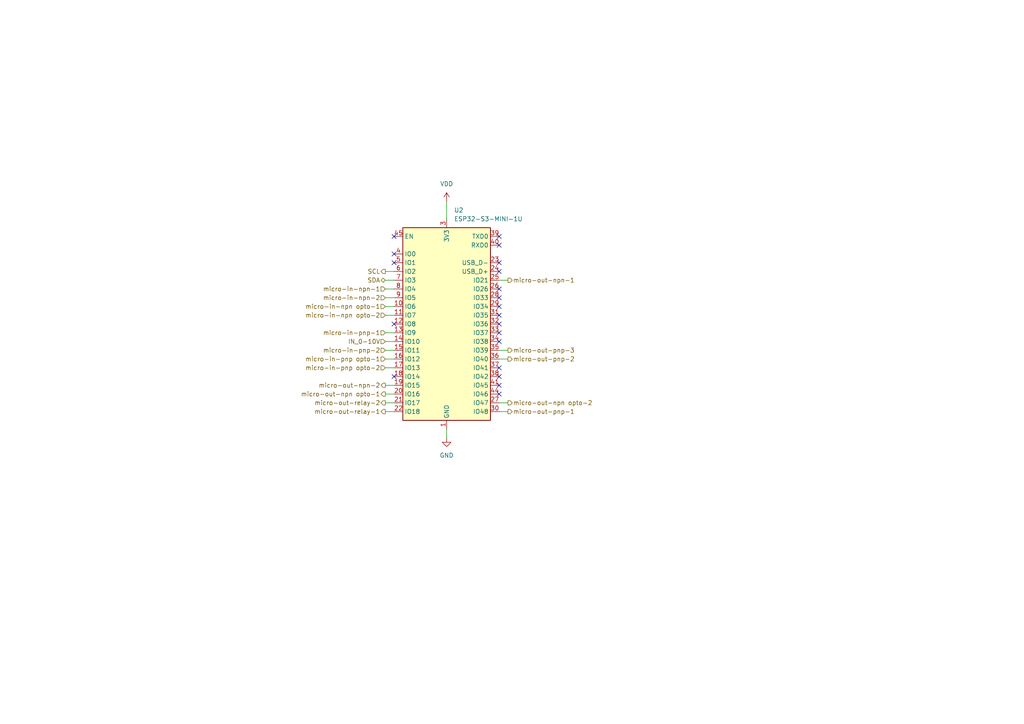
<source format=kicad_sch>
(kicad_sch (version 20250114) (generator "eeschema") (generator_version "9.0")
  (paper "A4")
  (lib_symbols
    (symbol "RF_Module:ESP32-S3-MINI-1U"
      (property "Reference" "U" (at -11.43 29.21 0))
      (property "Value" "ESP32-S3-MINI-1U" (at 12.7 29.21 0))
      (symbol "ESP32-S3-MINI-1U_0_1"
        (rectangle (start -12.7 27.94) (end 12.7 -27.94) (stroke (width 0.254)) (fill (type background)))
      )
      (symbol "ESP32-S3-MINI-1U_1_1"
        (pin input line (at -15.24 25.4 0) (length 2.54) (name "EN") (number "45"))
        (pin bidirectional line (at -15.24 20.32 0) (length 2.54) (name "IO0") (number "4"))
        (pin bidirectional line (at -15.24 17.78 0) (length 2.54) (name "IO1") (number "5"))
        (pin bidirectional line (at -15.24 15.24 0) (length 2.54) (name "IO2") (number "6"))
        (pin bidirectional line (at -15.24 12.7 0) (length 2.54) (name "IO3") (number "7"))
        (pin bidirectional line (at -15.24 10.16 0) (length 2.54) (name "IO4") (number "8"))
        (pin bidirectional line (at -15.24 7.62 0) (length 2.54) (name "IO5") (number "9"))
        (pin bidirectional line (at -15.24 5.08 0) (length 2.54) (name "IO6") (number "10"))
        (pin bidirectional line (at -15.24 2.54 0) (length 2.54) (name "IO7") (number "11"))
        (pin bidirectional line (at -15.24 0 0) (length 2.54) (name "IO8") (number "12"))
        (pin bidirectional line (at -15.24 -2.54 0) (length 2.54) (name "IO9") (number "13"))
        (pin bidirectional line (at -15.24 -5.08 0) (length 2.54) (name "IO10") (number "14"))
        (pin bidirectional line (at -15.24 -7.62 0) (length 2.54) (name "IO11") (number "15"))
        (pin bidirectional line (at -15.24 -10.16 0) (length 2.54) (name "IO12") (number "16"))
        (pin bidirectional line (at -15.24 -12.7 0) (length 2.54) (name "IO13") (number "17"))
        (pin bidirectional line (at -15.24 -15.24 0) (length 2.54) (name "IO14") (number "18"))
        (pin bidirectional line (at -15.24 -17.78 0) (length 2.54) (name "IO15") (number "19"))
        (pin bidirectional line (at -15.24 -20.32 0) (length 2.54) (name "IO16") (number "20"))
        (pin bidirectional line (at -15.24 -22.86 0) (length 2.54) (name "IO17") (number "21"))
        (pin bidirectional line (at -15.24 -25.4 0) (length 2.54) (name "IO18") (number "22"))
        (pin power_in line (at 0 30.48 270) (length 2.54) (name "3V3") (number "3"))
        (pin power_in line (at 0 -30.48 90) (length 2.54) (name "GND") (number "1"))
        (pin passive line (at 0 -30.48 90) (length 2.54) (hide yes) (name "GND") (number "2"))
        (pin passive line (at 0 -30.48 90) (length 2.54) (hide yes) (name "GND") (number "42"))
        (pin passive line (at 0 -30.48 90) (length 2.54) (hide yes) (name "GND") (number "43"))
        (pin passive line (at 0 -30.48 90) (length 2.54) (hide yes) (name "GND") (number "46"))
        (pin passive line (at 0 -30.48 90) (length 2.54) (hide yes) (name "GND") (number "47"))
        (pin passive line (at 0 -30.48 90) (length 2.54) (hide yes) (name "GND") (number "48"))
        (pin passive line (at 0 -30.48 90) (length 2.54) (hide yes) (name "GND") (number "49"))
        (pin passive line (at 0 -30.48 90) (length 2.54) (hide yes) (name "GND") (number "50"))
        (pin passive line (at 0 -30.48 90) (length 2.54) (hide yes) (name "GND") (number "51"))
        (pin passive line (at 0 -30.48 90) (length 2.54) (hide yes) (name "GND") (number "52"))
        (pin passive line (at 0 -30.48 90) (length 2.54) (hide yes) (name "GND") (number "53"))
        (pin passive line (at 0 -30.48 90) (length 2.54) (hide yes) (name "GND") (number "54"))
        (pin passive line (at 0 -30.48 90) (length 2.54) (hide yes) (name "GND") (number "55"))
        (pin passive line (at 0 -30.48 90) (length 2.54) (hide yes) (name "GND") (number "56"))
        (pin passive line (at 0 -30.48 90) (length 2.54) (hide yes) (name "GND") (number "57"))
        (pin passive line (at 0 -30.48 90) (length 2.54) (hide yes) (name "GND") (number "58"))
        (pin passive line (at 0 -30.48 90) (length 2.54) (hide yes) (name "GND") (number "59"))
        (pin passive line (at 0 -30.48 90) (length 2.54) (hide yes) (name "GND") (number "60"))
        (pin passive line (at 0 -30.48 90) (length 2.54) (hide yes) (name "GND") (number "61"))
        (pin passive line (at 0 -30.48 90) (length 2.54) (hide yes) (name "GND") (number "62"))
        (pin passive line (at 0 -30.48 90) (length 2.54) (hide yes) (name "GND") (number "63"))
        (pin passive line (at 0 -30.48 90) (length 2.54) (hide yes) (name "GND") (number "64"))
        (pin passive line (at 0 -30.48 90) (length 2.54) (hide yes) (name "GND") (number "65"))
        (pin bidirectional line (at 15.24 25.4 180) (length 2.54) (name "TXD0") (number "39"))
        (pin bidirectional line (at 15.24 22.86 180) (length 2.54) (name "RXD0") (number "40"))
        (pin bidirectional line (at 15.24 17.78 180) (length 2.54) (name "USB_D-") (number "23"))
        (pin bidirectional line (at 15.24 15.24 180) (length 2.54) (name "USB_D+") (number "24"))
        (pin bidirectional line (at 15.24 12.7 180) (length 2.54) (name "IO21") (number "25"))
        (pin bidirectional line (at 15.24 10.16 180) (length 2.54) (name "IO26") (number "26"))
        (pin bidirectional line (at 15.24 7.62 180) (length 2.54) (name "IO33") (number "28"))
        (pin bidirectional line (at 15.24 5.08 180) (length 2.54) (name "IO34") (number "29"))
        (pin bidirectional line (at 15.24 2.54 180) (length 2.54) (name "IO35") (number "31"))
        (pin bidirectional line (at 15.24 0 180) (length 2.54) (name "IO36") (number "32"))
        (pin bidirectional line (at 15.24 -2.54 180) (length 2.54) (name "IO37") (number "33"))
        (pin bidirectional line (at 15.24 -5.08 180) (length 2.54) (name "IO38") (number "34"))
        (pin bidirectional line (at 15.24 -7.62 180) (length 2.54) (name "IO39") (number "35"))
        (pin bidirectional line (at 15.24 -10.16 180) (length 2.54) (name "IO40") (number "36"))
        (pin bidirectional line (at 15.24 -12.7 180) (length 2.54) (name "IO41") (number "37"))
        (pin bidirectional line (at 15.24 -15.24 180) (length 2.54) (name "IO42") (number "38"))
        (pin bidirectional line (at 15.24 -17.78 180) (length 2.54) (name "IO45") (number "41"))
        (pin bidirectional line (at 15.24 -20.32 180) (length 2.54) (name "IO46") (number "44"))
        (pin bidirectional line (at 15.24 -22.86 180) (length 2.54) (name "IO47") (number "27"))
        (pin bidirectional line (at 15.24 -25.4 180) (length 2.54) (name "IO48") (number "30"))
      )
    )
    (symbol "power:GND" (power) (pin_numbers (hide yes)) (pin_names (offset 0) (hide yes))
      (property "Value" "GND" (at 0 -3.81 0))
      (symbol "GND_0_1"
        (polyline (pts (xy 0 0) (xy 0 -1.27) (xy 1.27 -1.27) (xy 0 -2.54) (xy -1.27 -1.27) (xy 0 -1.27)))
      )
      (symbol "GND_1_1"
        (pin power_in line (at 0 0 270) (length 0) (name "~") (number "1"))
      )
    )
    (symbol "power:VDD" (power) (pin_numbers (hide yes)) (pin_names (offset 0) (hide yes))
      (property "Value" "VDD" (at 0 3.556 0))
      (symbol "VDD_0_1"
        (polyline (pts (xy -0.762 1.27) (xy 0 2.54)))
        (polyline (pts (xy 0 2.54) (xy 0.762 1.27)))
        (polyline (pts (xy 0 0) (xy 0 2.54)))
      )
      (symbol "VDD_1_1"
        (pin power_in line (at 0 0 90) (length 0) (name "~") (number "1"))
      )
    )
  )
  (no_connect (at 144.78 109.22))
  (no_connect (at 144.78 68.58))
  (no_connect (at 144.78 71.12))
  (no_connect (at 144.78 76.2))
  (no_connect (at 144.78 96.52))
  (no_connect (at 144.78 114.3))
  (no_connect (at 144.78 83.82))
  (no_connect (at 144.78 99.06))
  (no_connect (at 144.78 91.44))
  (no_connect (at 144.78 111.76))
  (no_connect (at 144.78 86.36))
  (no_connect (at 114.3 68.58))
  (no_connect (at 114.3 73.66))
  (no_connect (at 144.78 93.98))
  (no_connect (at 144.78 78.74))
  (no_connect (at 144.78 106.68))
  (no_connect (at 144.78 88.9))
  (no_connect (at 114.3 109.22))
  (no_connect (at 114.3 76.2))
  (no_connect (at 114.3 93.98))
  (wire (pts (xy 111.76 99.06) (xy 114.3 99.06)))
  (wire (pts (xy 111.76 88.9) (xy 114.3 88.9)))
  (wire (pts (xy 111.76 119.38) (xy 114.3 119.38)))
  (wire (pts (xy 144.78 119.38) (xy 147.32 119.38)))
  (wire (pts (xy 129.54 58.42) (xy 129.54 63.5)))
  (wire (pts (xy 111.76 104.14) (xy 114.3 104.14)))
  (wire (pts (xy 144.78 116.84) (xy 147.32 116.84)))
  (wire (pts (xy 111.76 83.82) (xy 114.3 83.82)))
  (wire (pts (xy 111.76 91.44) (xy 114.3 91.44)))
  (wire (pts (xy 111.76 106.68) (xy 114.3 106.68)))
  (wire (pts (xy 111.76 78.74) (xy 114.3 78.74)))
  (wire (pts (xy 111.76 114.3) (xy 114.3 114.3)))
  (wire (pts (xy 111.76 101.6) (xy 114.3 101.6)))
  (wire (pts (xy 111.76 96.52) (xy 114.3 96.52)))
  (wire (pts (xy 111.76 116.84) (xy 114.3 116.84)))
  (wire (pts (xy 144.78 81.28) (xy 147.32 81.28)))
  (wire (pts (xy 129.54 124.46) (xy 129.54 127)))
  (wire (pts (xy 111.76 81.28) (xy 114.3 81.28)))
  (wire (pts (xy 144.78 104.14) (xy 147.32 104.14)))
  (wire (pts (xy 111.76 111.76) (xy 114.3 111.76)))
  (wire (pts (xy 144.78 101.6) (xy 147.32 101.6)))
  (wire (pts (xy 111.76 86.36) (xy 114.3 86.36)))
  (hierarchical_label "micro-in-pnp opto-2" (shape input) (at 111.76 106.68 180))
  (hierarchical_label "IN_0-10V" (shape input) (at 111.76 99.06 180))
  (hierarchical_label "SCL" (shape output) (at 111.76 78.74 180))
  (hierarchical_label "micro-in-pnp-2" (shape input) (at 111.76 101.6 180))
  (hierarchical_label "micro-out-npn opto-2" (shape output) (at 147.32 116.84 0))
  (hierarchical_label "micro-out-npn-1" (shape output) (at 147.32 81.28 0))
  (hierarchical_label "micro-in-npn opto-1" (shape input) (at 111.76 88.9 180))
  (hierarchical_label "micro-out-pnp-2" (shape output) (at 147.32 104.14 0))
  (hierarchical_label "micro-in-npn opto-2" (shape input) (at 111.76 91.44 180))
  (hierarchical_label "micro-in-npn-1" (shape input) (at 111.76 83.82 180))
  (hierarchical_label "micro-out-npn opto-1" (shape output) (at 111.76 114.3 180))
  (hierarchical_label "micro-out-npn-2" (shape output) (at 111.76 111.76 180))
  (hierarchical_label "micro-in-pnp opto-1" (shape input) (at 111.76 104.14 180))
  (hierarchical_label "micro-out-pnp-3" (shape output) (at 147.32 101.6 0))
  (hierarchical_label "micro-out-pnp-1" (shape output) (at 147.32 119.38 0))
  (hierarchical_label "SDA" (shape bidirectional) (at 111.76 81.28 180))
  (hierarchical_label "micro-out-relay-1" (shape output) (at 111.76 119.38 180))
  (hierarchical_label "micro-in-pnp-1" (shape input) (at 111.76 96.52 180))
  (hierarchical_label "micro-out-relay-2" (shape output) (at 111.76 116.84 180))
  (hierarchical_label "micro-in-npn-2" (shape input) (at 111.76 86.36 180))
  (symbol (lib_id "power:VDD") (at 129.54 58.42 0) (unit 1)
    (property "Reference" "#PWR03" (effects (hide yes)))
    (property "Value" "VDD" (at 129.54 53.34 0))
    (property "Description" "Power symbol creates a global label with name \"VDD\"" (effects (hide yes)))
  )
  (symbol (lib_id "RF_Module:ESP32-S3-MINI-1U") (at 129.54 93.98 0) (unit 1)
    (property "Reference" "U2" (at 131.6833 60.96 0) (effects (justify left)))
    (property "Value" "ESP32-S3-MINI-1U" (at 131.6833 63.5 0) (effects (justify left)))
    (property "Footprint" "RF_Module:ESP32-S2-MINI-1U" (effects (hide yes)))
    (property "Datasheet" "https://www.espressif.com/sites/default/files/documentation/esp32-s3-mini-1_mini-1u_datasheet_en.pdf" (effects (hide yes)))
    (property "Description" "RF Module, ESP32-S3 SoC, Wi-Fi 802.11b/g/n, Bluetooth, BLE, 32-bit, 3.3V, SMD, external antenna" (effects (hide yes)))
  )
  (symbol (lib_id "power:GND") (at 129.54 127 0) (unit 1)
    (property "Reference" "#PWR02" (effects (hide yes)))
    (property "Value" "GND" (at 129.54 132.08 0))
    (property "Description" "Power symbol creates a global label with name \"GND\" , ground" (effects (hide yes)))
  )
)
</source>
